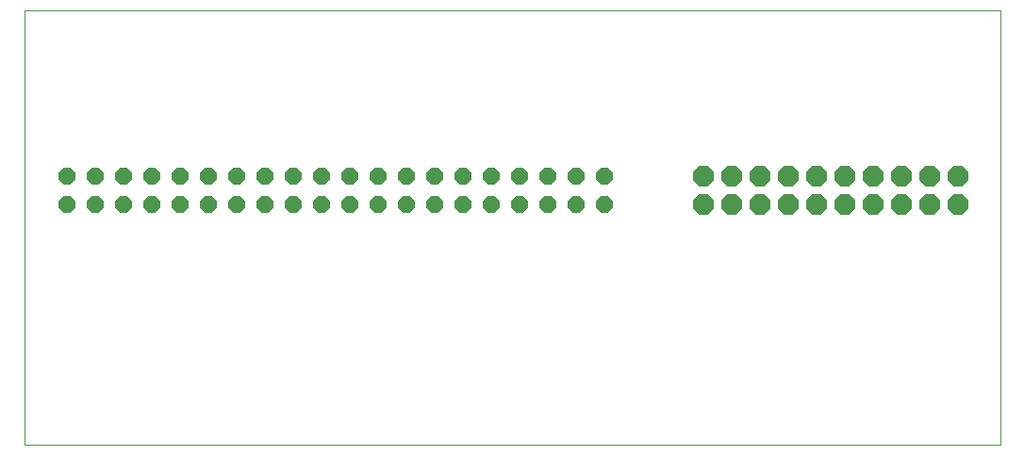
<source format=gtl>
G75*
%MOIN*%
%OFA0B0*%
%FSLAX24Y24*%
%IPPOS*%
%LPD*%
%AMOC8*
5,1,8,0,0,1.08239X$1,22.5*
%
%ADD10C,0.0000*%
%ADD11OC8,0.0740*%
%ADD12OC8,0.0600*%
D10*
X001680Y003180D02*
X001680Y018550D01*
X036172Y018550D01*
X036172Y003180D01*
X001680Y003180D01*
D11*
X025680Y011680D03*
X026680Y011680D03*
X027680Y011680D03*
X028680Y011680D03*
X029680Y011680D03*
X030680Y011680D03*
X031680Y011680D03*
X032680Y011680D03*
X033680Y011680D03*
X034680Y011680D03*
X034680Y012680D03*
X033680Y012680D03*
X032680Y012680D03*
X031680Y012680D03*
X030680Y012680D03*
X029680Y012680D03*
X028680Y012680D03*
X027680Y012680D03*
X026680Y012680D03*
X025680Y012680D03*
D12*
X022180Y012680D03*
X021180Y012680D03*
X020180Y012680D03*
X019180Y012680D03*
X018180Y012680D03*
X017180Y012680D03*
X016180Y012680D03*
X015180Y012680D03*
X014180Y012680D03*
X013180Y012680D03*
X012180Y012680D03*
X011180Y012680D03*
X010180Y012680D03*
X009180Y012680D03*
X008180Y012680D03*
X007180Y012680D03*
X006180Y012680D03*
X005180Y012680D03*
X004180Y012680D03*
X003180Y012680D03*
X003180Y011680D03*
X004180Y011680D03*
X005180Y011680D03*
X006180Y011680D03*
X007180Y011680D03*
X008180Y011680D03*
X009180Y011680D03*
X010180Y011680D03*
X011180Y011680D03*
X012180Y011680D03*
X013180Y011680D03*
X014180Y011680D03*
X015180Y011680D03*
X016180Y011680D03*
X017180Y011680D03*
X018180Y011680D03*
X019180Y011680D03*
X020180Y011680D03*
X021180Y011680D03*
X022180Y011680D03*
M02*

</source>
